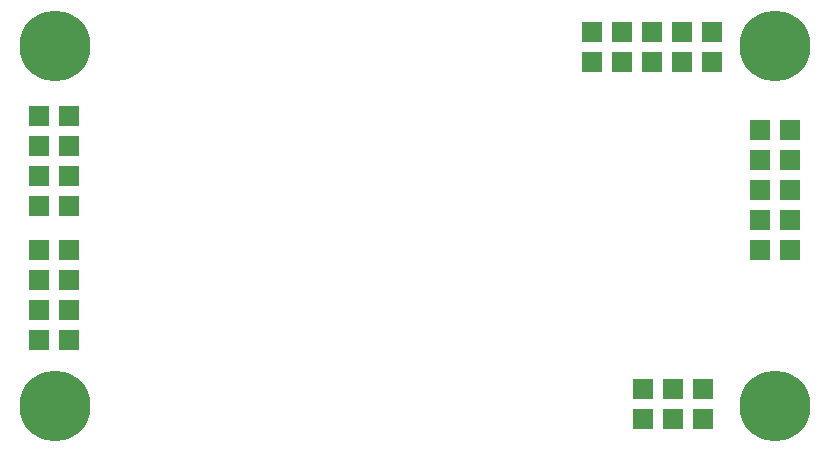
<source format=gbr>
G04 #@! TF.FileFunction,Soldermask,Top*
%FSLAX46Y46*%
G04 Gerber Fmt 4.6, Leading zero omitted, Abs format (unit mm)*
G04 Created by KiCad (PCBNEW 0.201412101631+5319~19~ubuntu14.04.1-product) date Čt 11. prosinec 2014, 14:09:43 CET*
%MOMM*%
G01*
G04 APERTURE LIST*
%ADD10C,0.100000*%
%ADD11R,1.651000X1.651000*%
%ADD12C,6.000000*%
G04 APERTURE END LIST*
D10*
D11*
X3683000Y13208000D03*
X6223000Y13208000D03*
X3683000Y18288000D03*
X3683000Y15748000D03*
X3683000Y10668000D03*
X6223000Y10668000D03*
X6223000Y15748000D03*
X6223000Y18288000D03*
X3683000Y24511000D03*
X6223000Y24511000D03*
X3683000Y29591000D03*
X3683000Y27051000D03*
X3683000Y21971000D03*
X6223000Y21971000D03*
X6223000Y27051000D03*
X6223000Y29591000D03*
X59944000Y6477000D03*
X57404000Y6477000D03*
X54864000Y6477000D03*
X54864000Y3937000D03*
X57404000Y3937000D03*
X59944000Y3937000D03*
X55626000Y34163000D03*
X55626000Y36703000D03*
X50546000Y34163000D03*
X53086000Y34163000D03*
X58166000Y34163000D03*
X58166000Y36703000D03*
X53086000Y36703000D03*
X50546000Y36703000D03*
X64770000Y20828000D03*
X67310000Y28448000D03*
X67310000Y23368000D03*
X64770000Y28448000D03*
X67310000Y18288000D03*
X67310000Y20828000D03*
X67310000Y25908000D03*
X64770000Y18288000D03*
X64770000Y25908000D03*
X64770000Y23368000D03*
D12*
X66040000Y35560000D03*
X66040000Y5080000D03*
X5080000Y5080000D03*
X5080000Y35560000D03*
D11*
X60706000Y34163000D03*
X60706000Y36703000D03*
M02*

</source>
